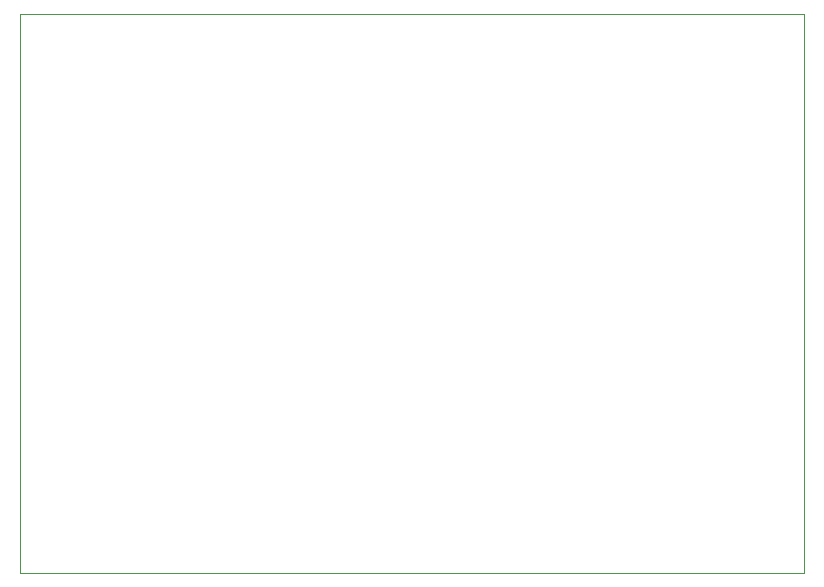
<source format=gbr>
%TF.GenerationSoftware,KiCad,Pcbnew,9.0.2*%
%TF.CreationDate,2025-07-11T16:03:10-07:00*%
%TF.ProjectId,undercity,756e6465-7263-4697-9479-2e6b69636164,rev?*%
%TF.SameCoordinates,Original*%
%TF.FileFunction,Profile,NP*%
%FSLAX46Y46*%
G04 Gerber Fmt 4.6, Leading zero omitted, Abs format (unit mm)*
G04 Created by KiCad (PCBNEW 9.0.2) date 2025-07-11 16:03:10*
%MOMM*%
%LPD*%
G01*
G04 APERTURE LIST*
%TA.AperFunction,Profile*%
%ADD10C,0.050000*%
%TD*%
G04 APERTURE END LIST*
D10*
X125100000Y-42400000D02*
X191500000Y-42400000D01*
X191500000Y-89700000D01*
X125100000Y-89700000D01*
X125100000Y-42400000D01*
M02*

</source>
